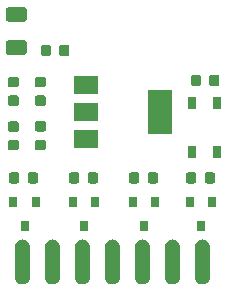
<source format=gbr>
G04 #@! TF.GenerationSoftware,KiCad,Pcbnew,(5.1.5)-3*
G04 #@! TF.CreationDate,2020-03-19T01:35:53+01:00*
G04 #@! TF.ProjectId,ESP8266_RGBA_Receiver,45535038-3236-4365-9f52-4742415f5265,rev?*
G04 #@! TF.SameCoordinates,Original*
G04 #@! TF.FileFunction,Paste,Top*
G04 #@! TF.FilePolarity,Positive*
%FSLAX46Y46*%
G04 Gerber Fmt 4.6, Leading zero omitted, Abs format (unit mm)*
G04 Created by KiCad (PCBNEW (5.1.5)-3) date 2020-03-19 01:35:53*
%MOMM*%
%LPD*%
G04 APERTURE LIST*
%ADD10C,0.100000*%
%ADD11R,2.000000X1.500000*%
%ADD12R,2.000000X3.800000*%
%ADD13R,0.650000X1.050000*%
%ADD14R,0.800000X0.900000*%
G04 APERTURE END LIST*
D10*
G36*
X80453242Y-71250058D02*
G01*
X80514883Y-71259201D01*
X80575332Y-71274343D01*
X80634005Y-71295336D01*
X80690338Y-71321980D01*
X80743788Y-71354017D01*
X80793841Y-71391138D01*
X80840014Y-71432987D01*
X80881863Y-71479160D01*
X80918984Y-71529213D01*
X80951021Y-71582663D01*
X80977665Y-71638996D01*
X80998658Y-71697669D01*
X81013800Y-71758118D01*
X81022943Y-71819759D01*
X81026001Y-71882000D01*
X81026001Y-74422000D01*
X81022943Y-74484241D01*
X81013800Y-74545882D01*
X80998658Y-74606331D01*
X80977665Y-74665004D01*
X80951021Y-74721337D01*
X80918984Y-74774787D01*
X80881863Y-74824840D01*
X80840014Y-74871013D01*
X80793841Y-74912862D01*
X80743788Y-74949983D01*
X80690338Y-74982020D01*
X80634005Y-75008664D01*
X80575332Y-75029657D01*
X80514883Y-75044799D01*
X80453242Y-75053942D01*
X80391001Y-75057000D01*
X80390999Y-75057000D01*
X80328758Y-75053942D01*
X80267117Y-75044799D01*
X80206668Y-75029657D01*
X80147995Y-75008664D01*
X80091662Y-74982020D01*
X80038212Y-74949983D01*
X79988159Y-74912862D01*
X79941986Y-74871013D01*
X79900137Y-74824840D01*
X79863016Y-74774787D01*
X79830979Y-74721337D01*
X79804335Y-74665004D01*
X79783342Y-74606331D01*
X79768200Y-74545882D01*
X79759057Y-74484241D01*
X79755999Y-74422000D01*
X79755999Y-71882000D01*
X79759057Y-71819759D01*
X79768200Y-71758118D01*
X79783342Y-71697669D01*
X79804335Y-71638996D01*
X79830979Y-71582663D01*
X79863016Y-71529213D01*
X79900137Y-71479160D01*
X79941986Y-71432987D01*
X79988159Y-71391138D01*
X80038212Y-71354017D01*
X80091662Y-71321980D01*
X80147995Y-71295336D01*
X80206668Y-71274343D01*
X80267117Y-71259201D01*
X80328758Y-71250058D01*
X80390999Y-71247000D01*
X80391001Y-71247000D01*
X80453242Y-71250058D01*
G37*
G36*
X82993242Y-71250058D02*
G01*
X83054883Y-71259201D01*
X83115332Y-71274343D01*
X83174005Y-71295336D01*
X83230338Y-71321980D01*
X83283788Y-71354017D01*
X83333841Y-71391138D01*
X83380014Y-71432987D01*
X83421863Y-71479160D01*
X83458984Y-71529213D01*
X83491021Y-71582663D01*
X83517665Y-71638996D01*
X83538658Y-71697669D01*
X83553800Y-71758118D01*
X83562943Y-71819759D01*
X83566001Y-71882000D01*
X83566001Y-74422000D01*
X83562943Y-74484241D01*
X83553800Y-74545882D01*
X83538658Y-74606331D01*
X83517665Y-74665004D01*
X83491021Y-74721337D01*
X83458984Y-74774787D01*
X83421863Y-74824840D01*
X83380014Y-74871013D01*
X83333841Y-74912862D01*
X83283788Y-74949983D01*
X83230338Y-74982020D01*
X83174005Y-75008664D01*
X83115332Y-75029657D01*
X83054883Y-75044799D01*
X82993242Y-75053942D01*
X82931001Y-75057000D01*
X82930999Y-75057000D01*
X82868758Y-75053942D01*
X82807117Y-75044799D01*
X82746668Y-75029657D01*
X82687995Y-75008664D01*
X82631662Y-74982020D01*
X82578212Y-74949983D01*
X82528159Y-74912862D01*
X82481986Y-74871013D01*
X82440137Y-74824840D01*
X82403016Y-74774787D01*
X82370979Y-74721337D01*
X82344335Y-74665004D01*
X82323342Y-74606331D01*
X82308200Y-74545882D01*
X82299057Y-74484241D01*
X82295999Y-74422000D01*
X82295999Y-71882000D01*
X82299057Y-71819759D01*
X82308200Y-71758118D01*
X82323342Y-71697669D01*
X82344335Y-71638996D01*
X82370979Y-71582663D01*
X82403016Y-71529213D01*
X82440137Y-71479160D01*
X82481986Y-71432987D01*
X82528159Y-71391138D01*
X82578212Y-71354017D01*
X82631662Y-71321980D01*
X82687995Y-71295336D01*
X82746668Y-71274343D01*
X82807117Y-71259201D01*
X82868758Y-71250058D01*
X82930999Y-71247000D01*
X82931001Y-71247000D01*
X82993242Y-71250058D01*
G37*
G36*
X85533242Y-71250058D02*
G01*
X85594883Y-71259201D01*
X85655332Y-71274343D01*
X85714005Y-71295336D01*
X85770338Y-71321980D01*
X85823788Y-71354017D01*
X85873841Y-71391138D01*
X85920014Y-71432987D01*
X85961863Y-71479160D01*
X85998984Y-71529213D01*
X86031021Y-71582663D01*
X86057665Y-71638996D01*
X86078658Y-71697669D01*
X86093800Y-71758118D01*
X86102943Y-71819759D01*
X86106001Y-71882000D01*
X86106001Y-74422000D01*
X86102943Y-74484241D01*
X86093800Y-74545882D01*
X86078658Y-74606331D01*
X86057665Y-74665004D01*
X86031021Y-74721337D01*
X85998984Y-74774787D01*
X85961863Y-74824840D01*
X85920014Y-74871013D01*
X85873841Y-74912862D01*
X85823788Y-74949983D01*
X85770338Y-74982020D01*
X85714005Y-75008664D01*
X85655332Y-75029657D01*
X85594883Y-75044799D01*
X85533242Y-75053942D01*
X85471001Y-75057000D01*
X85470999Y-75057000D01*
X85408758Y-75053942D01*
X85347117Y-75044799D01*
X85286668Y-75029657D01*
X85227995Y-75008664D01*
X85171662Y-74982020D01*
X85118212Y-74949983D01*
X85068159Y-74912862D01*
X85021986Y-74871013D01*
X84980137Y-74824840D01*
X84943016Y-74774787D01*
X84910979Y-74721337D01*
X84884335Y-74665004D01*
X84863342Y-74606331D01*
X84848200Y-74545882D01*
X84839057Y-74484241D01*
X84835999Y-74422000D01*
X84835999Y-71882000D01*
X84839057Y-71819759D01*
X84848200Y-71758118D01*
X84863342Y-71697669D01*
X84884335Y-71638996D01*
X84910979Y-71582663D01*
X84943016Y-71529213D01*
X84980137Y-71479160D01*
X85021986Y-71432987D01*
X85068159Y-71391138D01*
X85118212Y-71354017D01*
X85171662Y-71321980D01*
X85227995Y-71295336D01*
X85286668Y-71274343D01*
X85347117Y-71259201D01*
X85408758Y-71250058D01*
X85470999Y-71247000D01*
X85471001Y-71247000D01*
X85533242Y-71250058D01*
G37*
G36*
X88073242Y-71250058D02*
G01*
X88134883Y-71259201D01*
X88195332Y-71274343D01*
X88254005Y-71295336D01*
X88310338Y-71321980D01*
X88363788Y-71354017D01*
X88413841Y-71391138D01*
X88460014Y-71432987D01*
X88501863Y-71479160D01*
X88538984Y-71529213D01*
X88571021Y-71582663D01*
X88597665Y-71638996D01*
X88618658Y-71697669D01*
X88633800Y-71758118D01*
X88642943Y-71819759D01*
X88646001Y-71882000D01*
X88646001Y-74422000D01*
X88642943Y-74484241D01*
X88633800Y-74545882D01*
X88618658Y-74606331D01*
X88597665Y-74665004D01*
X88571021Y-74721337D01*
X88538984Y-74774787D01*
X88501863Y-74824840D01*
X88460014Y-74871013D01*
X88413841Y-74912862D01*
X88363788Y-74949983D01*
X88310338Y-74982020D01*
X88254005Y-75008664D01*
X88195332Y-75029657D01*
X88134883Y-75044799D01*
X88073242Y-75053942D01*
X88011001Y-75057000D01*
X88010999Y-75057000D01*
X87948758Y-75053942D01*
X87887117Y-75044799D01*
X87826668Y-75029657D01*
X87767995Y-75008664D01*
X87711662Y-74982020D01*
X87658212Y-74949983D01*
X87608159Y-74912862D01*
X87561986Y-74871013D01*
X87520137Y-74824840D01*
X87483016Y-74774787D01*
X87450979Y-74721337D01*
X87424335Y-74665004D01*
X87403342Y-74606331D01*
X87388200Y-74545882D01*
X87379057Y-74484241D01*
X87375999Y-74422000D01*
X87375999Y-71882000D01*
X87379057Y-71819759D01*
X87388200Y-71758118D01*
X87403342Y-71697669D01*
X87424335Y-71638996D01*
X87450979Y-71582663D01*
X87483016Y-71529213D01*
X87520137Y-71479160D01*
X87561986Y-71432987D01*
X87608159Y-71391138D01*
X87658212Y-71354017D01*
X87711662Y-71321980D01*
X87767995Y-71295336D01*
X87826668Y-71274343D01*
X87887117Y-71259201D01*
X87948758Y-71250058D01*
X88010999Y-71247000D01*
X88011001Y-71247000D01*
X88073242Y-71250058D01*
G37*
G36*
X90613242Y-71250058D02*
G01*
X90674883Y-71259201D01*
X90735332Y-71274343D01*
X90794005Y-71295336D01*
X90850338Y-71321980D01*
X90903788Y-71354017D01*
X90953841Y-71391138D01*
X91000014Y-71432987D01*
X91041863Y-71479160D01*
X91078984Y-71529213D01*
X91111021Y-71582663D01*
X91137665Y-71638996D01*
X91158658Y-71697669D01*
X91173800Y-71758118D01*
X91182943Y-71819759D01*
X91186001Y-71882000D01*
X91186001Y-74422000D01*
X91182943Y-74484241D01*
X91173800Y-74545882D01*
X91158658Y-74606331D01*
X91137665Y-74665004D01*
X91111021Y-74721337D01*
X91078984Y-74774787D01*
X91041863Y-74824840D01*
X91000014Y-74871013D01*
X90953841Y-74912862D01*
X90903788Y-74949983D01*
X90850338Y-74982020D01*
X90794005Y-75008664D01*
X90735332Y-75029657D01*
X90674883Y-75044799D01*
X90613242Y-75053942D01*
X90551001Y-75057000D01*
X90550999Y-75057000D01*
X90488758Y-75053942D01*
X90427117Y-75044799D01*
X90366668Y-75029657D01*
X90307995Y-75008664D01*
X90251662Y-74982020D01*
X90198212Y-74949983D01*
X90148159Y-74912862D01*
X90101986Y-74871013D01*
X90060137Y-74824840D01*
X90023016Y-74774787D01*
X89990979Y-74721337D01*
X89964335Y-74665004D01*
X89943342Y-74606331D01*
X89928200Y-74545882D01*
X89919057Y-74484241D01*
X89915999Y-74422000D01*
X89915999Y-71882000D01*
X89919057Y-71819759D01*
X89928200Y-71758118D01*
X89943342Y-71697669D01*
X89964335Y-71638996D01*
X89990979Y-71582663D01*
X90023016Y-71529213D01*
X90060137Y-71479160D01*
X90101986Y-71432987D01*
X90148159Y-71391138D01*
X90198212Y-71354017D01*
X90251662Y-71321980D01*
X90307995Y-71295336D01*
X90366668Y-71274343D01*
X90427117Y-71259201D01*
X90488758Y-71250058D01*
X90550999Y-71247000D01*
X90551001Y-71247000D01*
X90613242Y-71250058D01*
G37*
G36*
X93153242Y-71250058D02*
G01*
X93214883Y-71259201D01*
X93275332Y-71274343D01*
X93334005Y-71295336D01*
X93390338Y-71321980D01*
X93443788Y-71354017D01*
X93493841Y-71391138D01*
X93540014Y-71432987D01*
X93581863Y-71479160D01*
X93618984Y-71529213D01*
X93651021Y-71582663D01*
X93677665Y-71638996D01*
X93698658Y-71697669D01*
X93713800Y-71758118D01*
X93722943Y-71819759D01*
X93726001Y-71882000D01*
X93726001Y-74422000D01*
X93722943Y-74484241D01*
X93713800Y-74545882D01*
X93698658Y-74606331D01*
X93677665Y-74665004D01*
X93651021Y-74721337D01*
X93618984Y-74774787D01*
X93581863Y-74824840D01*
X93540014Y-74871013D01*
X93493841Y-74912862D01*
X93443788Y-74949983D01*
X93390338Y-74982020D01*
X93334005Y-75008664D01*
X93275332Y-75029657D01*
X93214883Y-75044799D01*
X93153242Y-75053942D01*
X93091001Y-75057000D01*
X93090999Y-75057000D01*
X93028758Y-75053942D01*
X92967117Y-75044799D01*
X92906668Y-75029657D01*
X92847995Y-75008664D01*
X92791662Y-74982020D01*
X92738212Y-74949983D01*
X92688159Y-74912862D01*
X92641986Y-74871013D01*
X92600137Y-74824840D01*
X92563016Y-74774787D01*
X92530979Y-74721337D01*
X92504335Y-74665004D01*
X92483342Y-74606331D01*
X92468200Y-74545882D01*
X92459057Y-74484241D01*
X92455999Y-74422000D01*
X92455999Y-71882000D01*
X92459057Y-71819759D01*
X92468200Y-71758118D01*
X92483342Y-71697669D01*
X92504335Y-71638996D01*
X92530979Y-71582663D01*
X92563016Y-71529213D01*
X92600137Y-71479160D01*
X92641986Y-71432987D01*
X92688159Y-71391138D01*
X92738212Y-71354017D01*
X92791662Y-71321980D01*
X92847995Y-71295336D01*
X92906668Y-71274343D01*
X92967117Y-71259201D01*
X93028758Y-71250058D01*
X93090999Y-71247000D01*
X93091001Y-71247000D01*
X93153242Y-71250058D01*
G37*
G36*
X95693242Y-71250058D02*
G01*
X95754883Y-71259201D01*
X95815332Y-71274343D01*
X95874005Y-71295336D01*
X95930338Y-71321980D01*
X95983788Y-71354017D01*
X96033841Y-71391138D01*
X96080014Y-71432987D01*
X96121863Y-71479160D01*
X96158984Y-71529213D01*
X96191021Y-71582663D01*
X96217665Y-71638996D01*
X96238658Y-71697669D01*
X96253800Y-71758118D01*
X96262943Y-71819759D01*
X96266001Y-71882000D01*
X96266001Y-74422000D01*
X96262943Y-74484241D01*
X96253800Y-74545882D01*
X96238658Y-74606331D01*
X96217665Y-74665004D01*
X96191021Y-74721337D01*
X96158984Y-74774787D01*
X96121863Y-74824840D01*
X96080014Y-74871013D01*
X96033841Y-74912862D01*
X95983788Y-74949983D01*
X95930338Y-74982020D01*
X95874005Y-75008664D01*
X95815332Y-75029657D01*
X95754883Y-75044799D01*
X95693242Y-75053942D01*
X95631001Y-75057000D01*
X95630999Y-75057000D01*
X95568758Y-75053942D01*
X95507117Y-75044799D01*
X95446668Y-75029657D01*
X95387995Y-75008664D01*
X95331662Y-74982020D01*
X95278212Y-74949983D01*
X95228159Y-74912862D01*
X95181986Y-74871013D01*
X95140137Y-74824840D01*
X95103016Y-74774787D01*
X95070979Y-74721337D01*
X95044335Y-74665004D01*
X95023342Y-74606331D01*
X95008200Y-74545882D01*
X94999057Y-74484241D01*
X94995999Y-74422000D01*
X94995999Y-71882000D01*
X94999057Y-71819759D01*
X95008200Y-71758118D01*
X95023342Y-71697669D01*
X95044335Y-71638996D01*
X95070979Y-71582663D01*
X95103016Y-71529213D01*
X95140137Y-71479160D01*
X95181986Y-71432987D01*
X95228159Y-71391138D01*
X95278212Y-71354017D01*
X95331662Y-71321980D01*
X95387995Y-71295336D01*
X95446668Y-71274343D01*
X95507117Y-71259201D01*
X95568758Y-71250058D01*
X95630999Y-71247000D01*
X95631001Y-71247000D01*
X95693242Y-71250058D01*
G37*
G36*
X82192691Y-59050553D02*
G01*
X82213926Y-59053703D01*
X82234750Y-59058919D01*
X82254962Y-59066151D01*
X82274368Y-59075330D01*
X82292781Y-59086366D01*
X82310024Y-59099154D01*
X82325930Y-59113570D01*
X82340346Y-59129476D01*
X82353134Y-59146719D01*
X82364170Y-59165132D01*
X82373349Y-59184538D01*
X82380581Y-59204750D01*
X82385797Y-59225574D01*
X82388947Y-59246809D01*
X82390000Y-59268250D01*
X82390000Y-59705750D01*
X82388947Y-59727191D01*
X82385797Y-59748426D01*
X82380581Y-59769250D01*
X82373349Y-59789462D01*
X82364170Y-59808868D01*
X82353134Y-59827281D01*
X82340346Y-59844524D01*
X82325930Y-59860430D01*
X82310024Y-59874846D01*
X82292781Y-59887634D01*
X82274368Y-59898670D01*
X82254962Y-59907849D01*
X82234750Y-59915081D01*
X82213926Y-59920297D01*
X82192691Y-59923447D01*
X82171250Y-59924500D01*
X81658750Y-59924500D01*
X81637309Y-59923447D01*
X81616074Y-59920297D01*
X81595250Y-59915081D01*
X81575038Y-59907849D01*
X81555632Y-59898670D01*
X81537219Y-59887634D01*
X81519976Y-59874846D01*
X81504070Y-59860430D01*
X81489654Y-59844524D01*
X81476866Y-59827281D01*
X81465830Y-59808868D01*
X81456651Y-59789462D01*
X81449419Y-59769250D01*
X81444203Y-59748426D01*
X81441053Y-59727191D01*
X81440000Y-59705750D01*
X81440000Y-59268250D01*
X81441053Y-59246809D01*
X81444203Y-59225574D01*
X81449419Y-59204750D01*
X81456651Y-59184538D01*
X81465830Y-59165132D01*
X81476866Y-59146719D01*
X81489654Y-59129476D01*
X81504070Y-59113570D01*
X81519976Y-59099154D01*
X81537219Y-59086366D01*
X81555632Y-59075330D01*
X81575038Y-59066151D01*
X81595250Y-59058919D01*
X81616074Y-59053703D01*
X81637309Y-59050553D01*
X81658750Y-59049500D01*
X82171250Y-59049500D01*
X82192691Y-59050553D01*
G37*
G36*
X82192691Y-57475553D02*
G01*
X82213926Y-57478703D01*
X82234750Y-57483919D01*
X82254962Y-57491151D01*
X82274368Y-57500330D01*
X82292781Y-57511366D01*
X82310024Y-57524154D01*
X82325930Y-57538570D01*
X82340346Y-57554476D01*
X82353134Y-57571719D01*
X82364170Y-57590132D01*
X82373349Y-57609538D01*
X82380581Y-57629750D01*
X82385797Y-57650574D01*
X82388947Y-57671809D01*
X82390000Y-57693250D01*
X82390000Y-58130750D01*
X82388947Y-58152191D01*
X82385797Y-58173426D01*
X82380581Y-58194250D01*
X82373349Y-58214462D01*
X82364170Y-58233868D01*
X82353134Y-58252281D01*
X82340346Y-58269524D01*
X82325930Y-58285430D01*
X82310024Y-58299846D01*
X82292781Y-58312634D01*
X82274368Y-58323670D01*
X82254962Y-58332849D01*
X82234750Y-58340081D01*
X82213926Y-58345297D01*
X82192691Y-58348447D01*
X82171250Y-58349500D01*
X81658750Y-58349500D01*
X81637309Y-58348447D01*
X81616074Y-58345297D01*
X81595250Y-58340081D01*
X81575038Y-58332849D01*
X81555632Y-58323670D01*
X81537219Y-58312634D01*
X81519976Y-58299846D01*
X81504070Y-58285430D01*
X81489654Y-58269524D01*
X81476866Y-58252281D01*
X81465830Y-58233868D01*
X81456651Y-58214462D01*
X81449419Y-58194250D01*
X81444203Y-58173426D01*
X81441053Y-58152191D01*
X81440000Y-58130750D01*
X81440000Y-57693250D01*
X81441053Y-57671809D01*
X81444203Y-57650574D01*
X81449419Y-57629750D01*
X81456651Y-57609538D01*
X81465830Y-57590132D01*
X81476866Y-57571719D01*
X81489654Y-57554476D01*
X81504070Y-57538570D01*
X81519976Y-57524154D01*
X81537219Y-57511366D01*
X81555632Y-57500330D01*
X81575038Y-57491151D01*
X81595250Y-57483919D01*
X81616074Y-57478703D01*
X81637309Y-57475553D01*
X81658750Y-57474500D01*
X82171250Y-57474500D01*
X82192691Y-57475553D01*
G37*
D11*
X85775000Y-58152000D03*
X85775000Y-62752000D03*
X85775000Y-60452000D03*
D12*
X92075000Y-60452000D03*
D13*
X94751000Y-63840000D03*
X94751000Y-59690000D03*
X96901000Y-63840000D03*
X96901000Y-59690000D03*
D10*
G36*
X95312191Y-57311053D02*
G01*
X95333426Y-57314203D01*
X95354250Y-57319419D01*
X95374462Y-57326651D01*
X95393868Y-57335830D01*
X95412281Y-57346866D01*
X95429524Y-57359654D01*
X95445430Y-57374070D01*
X95459846Y-57389976D01*
X95472634Y-57407219D01*
X95483670Y-57425632D01*
X95492849Y-57445038D01*
X95500081Y-57465250D01*
X95505297Y-57486074D01*
X95508447Y-57507309D01*
X95509500Y-57528750D01*
X95509500Y-58041250D01*
X95508447Y-58062691D01*
X95505297Y-58083926D01*
X95500081Y-58104750D01*
X95492849Y-58124962D01*
X95483670Y-58144368D01*
X95472634Y-58162781D01*
X95459846Y-58180024D01*
X95445430Y-58195930D01*
X95429524Y-58210346D01*
X95412281Y-58223134D01*
X95393868Y-58234170D01*
X95374462Y-58243349D01*
X95354250Y-58250581D01*
X95333426Y-58255797D01*
X95312191Y-58258947D01*
X95290750Y-58260000D01*
X94853250Y-58260000D01*
X94831809Y-58258947D01*
X94810574Y-58255797D01*
X94789750Y-58250581D01*
X94769538Y-58243349D01*
X94750132Y-58234170D01*
X94731719Y-58223134D01*
X94714476Y-58210346D01*
X94698570Y-58195930D01*
X94684154Y-58180024D01*
X94671366Y-58162781D01*
X94660330Y-58144368D01*
X94651151Y-58124962D01*
X94643919Y-58104750D01*
X94638703Y-58083926D01*
X94635553Y-58062691D01*
X94634500Y-58041250D01*
X94634500Y-57528750D01*
X94635553Y-57507309D01*
X94638703Y-57486074D01*
X94643919Y-57465250D01*
X94651151Y-57445038D01*
X94660330Y-57425632D01*
X94671366Y-57407219D01*
X94684154Y-57389976D01*
X94698570Y-57374070D01*
X94714476Y-57359654D01*
X94731719Y-57346866D01*
X94750132Y-57335830D01*
X94769538Y-57326651D01*
X94789750Y-57319419D01*
X94810574Y-57314203D01*
X94831809Y-57311053D01*
X94853250Y-57310000D01*
X95290750Y-57310000D01*
X95312191Y-57311053D01*
G37*
G36*
X96887191Y-57311053D02*
G01*
X96908426Y-57314203D01*
X96929250Y-57319419D01*
X96949462Y-57326651D01*
X96968868Y-57335830D01*
X96987281Y-57346866D01*
X97004524Y-57359654D01*
X97020430Y-57374070D01*
X97034846Y-57389976D01*
X97047634Y-57407219D01*
X97058670Y-57425632D01*
X97067849Y-57445038D01*
X97075081Y-57465250D01*
X97080297Y-57486074D01*
X97083447Y-57507309D01*
X97084500Y-57528750D01*
X97084500Y-58041250D01*
X97083447Y-58062691D01*
X97080297Y-58083926D01*
X97075081Y-58104750D01*
X97067849Y-58124962D01*
X97058670Y-58144368D01*
X97047634Y-58162781D01*
X97034846Y-58180024D01*
X97020430Y-58195930D01*
X97004524Y-58210346D01*
X96987281Y-58223134D01*
X96968868Y-58234170D01*
X96949462Y-58243349D01*
X96929250Y-58250581D01*
X96908426Y-58255797D01*
X96887191Y-58258947D01*
X96865750Y-58260000D01*
X96428250Y-58260000D01*
X96406809Y-58258947D01*
X96385574Y-58255797D01*
X96364750Y-58250581D01*
X96344538Y-58243349D01*
X96325132Y-58234170D01*
X96306719Y-58223134D01*
X96289476Y-58210346D01*
X96273570Y-58195930D01*
X96259154Y-58180024D01*
X96246366Y-58162781D01*
X96235330Y-58144368D01*
X96226151Y-58124962D01*
X96218919Y-58104750D01*
X96213703Y-58083926D01*
X96210553Y-58062691D01*
X96209500Y-58041250D01*
X96209500Y-57528750D01*
X96210553Y-57507309D01*
X96213703Y-57486074D01*
X96218919Y-57465250D01*
X96226151Y-57445038D01*
X96235330Y-57425632D01*
X96246366Y-57407219D01*
X96259154Y-57389976D01*
X96273570Y-57374070D01*
X96289476Y-57359654D01*
X96306719Y-57346866D01*
X96325132Y-57335830D01*
X96344538Y-57326651D01*
X96364750Y-57319419D01*
X96385574Y-57314203D01*
X96406809Y-57311053D01*
X96428250Y-57310000D01*
X96865750Y-57310000D01*
X96887191Y-57311053D01*
G37*
G36*
X84187191Y-54771053D02*
G01*
X84208426Y-54774203D01*
X84229250Y-54779419D01*
X84249462Y-54786651D01*
X84268868Y-54795830D01*
X84287281Y-54806866D01*
X84304524Y-54819654D01*
X84320430Y-54834070D01*
X84334846Y-54849976D01*
X84347634Y-54867219D01*
X84358670Y-54885632D01*
X84367849Y-54905038D01*
X84375081Y-54925250D01*
X84380297Y-54946074D01*
X84383447Y-54967309D01*
X84384500Y-54988750D01*
X84384500Y-55501250D01*
X84383447Y-55522691D01*
X84380297Y-55543926D01*
X84375081Y-55564750D01*
X84367849Y-55584962D01*
X84358670Y-55604368D01*
X84347634Y-55622781D01*
X84334846Y-55640024D01*
X84320430Y-55655930D01*
X84304524Y-55670346D01*
X84287281Y-55683134D01*
X84268868Y-55694170D01*
X84249462Y-55703349D01*
X84229250Y-55710581D01*
X84208426Y-55715797D01*
X84187191Y-55718947D01*
X84165750Y-55720000D01*
X83728250Y-55720000D01*
X83706809Y-55718947D01*
X83685574Y-55715797D01*
X83664750Y-55710581D01*
X83644538Y-55703349D01*
X83625132Y-55694170D01*
X83606719Y-55683134D01*
X83589476Y-55670346D01*
X83573570Y-55655930D01*
X83559154Y-55640024D01*
X83546366Y-55622781D01*
X83535330Y-55604368D01*
X83526151Y-55584962D01*
X83518919Y-55564750D01*
X83513703Y-55543926D01*
X83510553Y-55522691D01*
X83509500Y-55501250D01*
X83509500Y-54988750D01*
X83510553Y-54967309D01*
X83513703Y-54946074D01*
X83518919Y-54925250D01*
X83526151Y-54905038D01*
X83535330Y-54885632D01*
X83546366Y-54867219D01*
X83559154Y-54849976D01*
X83573570Y-54834070D01*
X83589476Y-54819654D01*
X83606719Y-54806866D01*
X83625132Y-54795830D01*
X83644538Y-54786651D01*
X83664750Y-54779419D01*
X83685574Y-54774203D01*
X83706809Y-54771053D01*
X83728250Y-54770000D01*
X84165750Y-54770000D01*
X84187191Y-54771053D01*
G37*
G36*
X82612191Y-54771053D02*
G01*
X82633426Y-54774203D01*
X82654250Y-54779419D01*
X82674462Y-54786651D01*
X82693868Y-54795830D01*
X82712281Y-54806866D01*
X82729524Y-54819654D01*
X82745430Y-54834070D01*
X82759846Y-54849976D01*
X82772634Y-54867219D01*
X82783670Y-54885632D01*
X82792849Y-54905038D01*
X82800081Y-54925250D01*
X82805297Y-54946074D01*
X82808447Y-54967309D01*
X82809500Y-54988750D01*
X82809500Y-55501250D01*
X82808447Y-55522691D01*
X82805297Y-55543926D01*
X82800081Y-55564750D01*
X82792849Y-55584962D01*
X82783670Y-55604368D01*
X82772634Y-55622781D01*
X82759846Y-55640024D01*
X82745430Y-55655930D01*
X82729524Y-55670346D01*
X82712281Y-55683134D01*
X82693868Y-55694170D01*
X82674462Y-55703349D01*
X82654250Y-55710581D01*
X82633426Y-55715797D01*
X82612191Y-55718947D01*
X82590750Y-55720000D01*
X82153250Y-55720000D01*
X82131809Y-55718947D01*
X82110574Y-55715797D01*
X82089750Y-55710581D01*
X82069538Y-55703349D01*
X82050132Y-55694170D01*
X82031719Y-55683134D01*
X82014476Y-55670346D01*
X81998570Y-55655930D01*
X81984154Y-55640024D01*
X81971366Y-55622781D01*
X81960330Y-55604368D01*
X81951151Y-55584962D01*
X81943919Y-55564750D01*
X81938703Y-55543926D01*
X81935553Y-55522691D01*
X81934500Y-55501250D01*
X81934500Y-54988750D01*
X81935553Y-54967309D01*
X81938703Y-54946074D01*
X81943919Y-54925250D01*
X81951151Y-54905038D01*
X81960330Y-54885632D01*
X81971366Y-54867219D01*
X81984154Y-54849976D01*
X81998570Y-54834070D01*
X82014476Y-54819654D01*
X82031719Y-54806866D01*
X82050132Y-54795830D01*
X82069538Y-54786651D01*
X82089750Y-54779419D01*
X82110574Y-54774203D01*
X82131809Y-54771053D01*
X82153250Y-54770000D01*
X82590750Y-54770000D01*
X82612191Y-54771053D01*
G37*
G36*
X79906691Y-61260053D02*
G01*
X79927926Y-61263203D01*
X79948750Y-61268419D01*
X79968962Y-61275651D01*
X79988368Y-61284830D01*
X80006781Y-61295866D01*
X80024024Y-61308654D01*
X80039930Y-61323070D01*
X80054346Y-61338976D01*
X80067134Y-61356219D01*
X80078170Y-61374632D01*
X80087349Y-61394038D01*
X80094581Y-61414250D01*
X80099797Y-61435074D01*
X80102947Y-61456309D01*
X80104000Y-61477750D01*
X80104000Y-61915250D01*
X80102947Y-61936691D01*
X80099797Y-61957926D01*
X80094581Y-61978750D01*
X80087349Y-61998962D01*
X80078170Y-62018368D01*
X80067134Y-62036781D01*
X80054346Y-62054024D01*
X80039930Y-62069930D01*
X80024024Y-62084346D01*
X80006781Y-62097134D01*
X79988368Y-62108170D01*
X79968962Y-62117349D01*
X79948750Y-62124581D01*
X79927926Y-62129797D01*
X79906691Y-62132947D01*
X79885250Y-62134000D01*
X79372750Y-62134000D01*
X79351309Y-62132947D01*
X79330074Y-62129797D01*
X79309250Y-62124581D01*
X79289038Y-62117349D01*
X79269632Y-62108170D01*
X79251219Y-62097134D01*
X79233976Y-62084346D01*
X79218070Y-62069930D01*
X79203654Y-62054024D01*
X79190866Y-62036781D01*
X79179830Y-62018368D01*
X79170651Y-61998962D01*
X79163419Y-61978750D01*
X79158203Y-61957926D01*
X79155053Y-61936691D01*
X79154000Y-61915250D01*
X79154000Y-61477750D01*
X79155053Y-61456309D01*
X79158203Y-61435074D01*
X79163419Y-61414250D01*
X79170651Y-61394038D01*
X79179830Y-61374632D01*
X79190866Y-61356219D01*
X79203654Y-61338976D01*
X79218070Y-61323070D01*
X79233976Y-61308654D01*
X79251219Y-61295866D01*
X79269632Y-61284830D01*
X79289038Y-61275651D01*
X79309250Y-61268419D01*
X79330074Y-61263203D01*
X79351309Y-61260053D01*
X79372750Y-61259000D01*
X79885250Y-61259000D01*
X79906691Y-61260053D01*
G37*
G36*
X79906691Y-62835053D02*
G01*
X79927926Y-62838203D01*
X79948750Y-62843419D01*
X79968962Y-62850651D01*
X79988368Y-62859830D01*
X80006781Y-62870866D01*
X80024024Y-62883654D01*
X80039930Y-62898070D01*
X80054346Y-62913976D01*
X80067134Y-62931219D01*
X80078170Y-62949632D01*
X80087349Y-62969038D01*
X80094581Y-62989250D01*
X80099797Y-63010074D01*
X80102947Y-63031309D01*
X80104000Y-63052750D01*
X80104000Y-63490250D01*
X80102947Y-63511691D01*
X80099797Y-63532926D01*
X80094581Y-63553750D01*
X80087349Y-63573962D01*
X80078170Y-63593368D01*
X80067134Y-63611781D01*
X80054346Y-63629024D01*
X80039930Y-63644930D01*
X80024024Y-63659346D01*
X80006781Y-63672134D01*
X79988368Y-63683170D01*
X79968962Y-63692349D01*
X79948750Y-63699581D01*
X79927926Y-63704797D01*
X79906691Y-63707947D01*
X79885250Y-63709000D01*
X79372750Y-63709000D01*
X79351309Y-63707947D01*
X79330074Y-63704797D01*
X79309250Y-63699581D01*
X79289038Y-63692349D01*
X79269632Y-63683170D01*
X79251219Y-63672134D01*
X79233976Y-63659346D01*
X79218070Y-63644930D01*
X79203654Y-63629024D01*
X79190866Y-63611781D01*
X79179830Y-63593368D01*
X79170651Y-63573962D01*
X79163419Y-63553750D01*
X79158203Y-63532926D01*
X79155053Y-63511691D01*
X79154000Y-63490250D01*
X79154000Y-63052750D01*
X79155053Y-63031309D01*
X79158203Y-63010074D01*
X79163419Y-62989250D01*
X79170651Y-62969038D01*
X79179830Y-62949632D01*
X79190866Y-62931219D01*
X79203654Y-62913976D01*
X79218070Y-62898070D01*
X79233976Y-62883654D01*
X79251219Y-62870866D01*
X79269632Y-62859830D01*
X79289038Y-62850651D01*
X79309250Y-62843419D01*
X79330074Y-62838203D01*
X79351309Y-62835053D01*
X79372750Y-62834000D01*
X79885250Y-62834000D01*
X79906691Y-62835053D01*
G37*
G36*
X79906691Y-57475553D02*
G01*
X79927926Y-57478703D01*
X79948750Y-57483919D01*
X79968962Y-57491151D01*
X79988368Y-57500330D01*
X80006781Y-57511366D01*
X80024024Y-57524154D01*
X80039930Y-57538570D01*
X80054346Y-57554476D01*
X80067134Y-57571719D01*
X80078170Y-57590132D01*
X80087349Y-57609538D01*
X80094581Y-57629750D01*
X80099797Y-57650574D01*
X80102947Y-57671809D01*
X80104000Y-57693250D01*
X80104000Y-58130750D01*
X80102947Y-58152191D01*
X80099797Y-58173426D01*
X80094581Y-58194250D01*
X80087349Y-58214462D01*
X80078170Y-58233868D01*
X80067134Y-58252281D01*
X80054346Y-58269524D01*
X80039930Y-58285430D01*
X80024024Y-58299846D01*
X80006781Y-58312634D01*
X79988368Y-58323670D01*
X79968962Y-58332849D01*
X79948750Y-58340081D01*
X79927926Y-58345297D01*
X79906691Y-58348447D01*
X79885250Y-58349500D01*
X79372750Y-58349500D01*
X79351309Y-58348447D01*
X79330074Y-58345297D01*
X79309250Y-58340081D01*
X79289038Y-58332849D01*
X79269632Y-58323670D01*
X79251219Y-58312634D01*
X79233976Y-58299846D01*
X79218070Y-58285430D01*
X79203654Y-58269524D01*
X79190866Y-58252281D01*
X79179830Y-58233868D01*
X79170651Y-58214462D01*
X79163419Y-58194250D01*
X79158203Y-58173426D01*
X79155053Y-58152191D01*
X79154000Y-58130750D01*
X79154000Y-57693250D01*
X79155053Y-57671809D01*
X79158203Y-57650574D01*
X79163419Y-57629750D01*
X79170651Y-57609538D01*
X79179830Y-57590132D01*
X79190866Y-57571719D01*
X79203654Y-57554476D01*
X79218070Y-57538570D01*
X79233976Y-57524154D01*
X79251219Y-57511366D01*
X79269632Y-57500330D01*
X79289038Y-57491151D01*
X79309250Y-57483919D01*
X79330074Y-57478703D01*
X79351309Y-57475553D01*
X79372750Y-57474500D01*
X79885250Y-57474500D01*
X79906691Y-57475553D01*
G37*
G36*
X79906691Y-59050553D02*
G01*
X79927926Y-59053703D01*
X79948750Y-59058919D01*
X79968962Y-59066151D01*
X79988368Y-59075330D01*
X80006781Y-59086366D01*
X80024024Y-59099154D01*
X80039930Y-59113570D01*
X80054346Y-59129476D01*
X80067134Y-59146719D01*
X80078170Y-59165132D01*
X80087349Y-59184538D01*
X80094581Y-59204750D01*
X80099797Y-59225574D01*
X80102947Y-59246809D01*
X80104000Y-59268250D01*
X80104000Y-59705750D01*
X80102947Y-59727191D01*
X80099797Y-59748426D01*
X80094581Y-59769250D01*
X80087349Y-59789462D01*
X80078170Y-59808868D01*
X80067134Y-59827281D01*
X80054346Y-59844524D01*
X80039930Y-59860430D01*
X80024024Y-59874846D01*
X80006781Y-59887634D01*
X79988368Y-59898670D01*
X79968962Y-59907849D01*
X79948750Y-59915081D01*
X79927926Y-59920297D01*
X79906691Y-59923447D01*
X79885250Y-59924500D01*
X79372750Y-59924500D01*
X79351309Y-59923447D01*
X79330074Y-59920297D01*
X79309250Y-59915081D01*
X79289038Y-59907849D01*
X79269632Y-59898670D01*
X79251219Y-59887634D01*
X79233976Y-59874846D01*
X79218070Y-59860430D01*
X79203654Y-59844524D01*
X79190866Y-59827281D01*
X79179830Y-59808868D01*
X79170651Y-59789462D01*
X79163419Y-59769250D01*
X79158203Y-59748426D01*
X79155053Y-59727191D01*
X79154000Y-59705750D01*
X79154000Y-59268250D01*
X79155053Y-59246809D01*
X79158203Y-59225574D01*
X79163419Y-59204750D01*
X79170651Y-59184538D01*
X79179830Y-59165132D01*
X79190866Y-59146719D01*
X79203654Y-59129476D01*
X79218070Y-59113570D01*
X79233976Y-59099154D01*
X79251219Y-59086366D01*
X79269632Y-59075330D01*
X79289038Y-59066151D01*
X79309250Y-59058919D01*
X79330074Y-59053703D01*
X79351309Y-59050553D01*
X79372750Y-59049500D01*
X79885250Y-59049500D01*
X79906691Y-59050553D01*
G37*
G36*
X81520191Y-65566053D02*
G01*
X81541426Y-65569203D01*
X81562250Y-65574419D01*
X81582462Y-65581651D01*
X81601868Y-65590830D01*
X81620281Y-65601866D01*
X81637524Y-65614654D01*
X81653430Y-65629070D01*
X81667846Y-65644976D01*
X81680634Y-65662219D01*
X81691670Y-65680632D01*
X81700849Y-65700038D01*
X81708081Y-65720250D01*
X81713297Y-65741074D01*
X81716447Y-65762309D01*
X81717500Y-65783750D01*
X81717500Y-66296250D01*
X81716447Y-66317691D01*
X81713297Y-66338926D01*
X81708081Y-66359750D01*
X81700849Y-66379962D01*
X81691670Y-66399368D01*
X81680634Y-66417781D01*
X81667846Y-66435024D01*
X81653430Y-66450930D01*
X81637524Y-66465346D01*
X81620281Y-66478134D01*
X81601868Y-66489170D01*
X81582462Y-66498349D01*
X81562250Y-66505581D01*
X81541426Y-66510797D01*
X81520191Y-66513947D01*
X81498750Y-66515000D01*
X81061250Y-66515000D01*
X81039809Y-66513947D01*
X81018574Y-66510797D01*
X80997750Y-66505581D01*
X80977538Y-66498349D01*
X80958132Y-66489170D01*
X80939719Y-66478134D01*
X80922476Y-66465346D01*
X80906570Y-66450930D01*
X80892154Y-66435024D01*
X80879366Y-66417781D01*
X80868330Y-66399368D01*
X80859151Y-66379962D01*
X80851919Y-66359750D01*
X80846703Y-66338926D01*
X80843553Y-66317691D01*
X80842500Y-66296250D01*
X80842500Y-65783750D01*
X80843553Y-65762309D01*
X80846703Y-65741074D01*
X80851919Y-65720250D01*
X80859151Y-65700038D01*
X80868330Y-65680632D01*
X80879366Y-65662219D01*
X80892154Y-65644976D01*
X80906570Y-65629070D01*
X80922476Y-65614654D01*
X80939719Y-65601866D01*
X80958132Y-65590830D01*
X80977538Y-65581651D01*
X80997750Y-65574419D01*
X81018574Y-65569203D01*
X81039809Y-65566053D01*
X81061250Y-65565000D01*
X81498750Y-65565000D01*
X81520191Y-65566053D01*
G37*
G36*
X79945191Y-65566053D02*
G01*
X79966426Y-65569203D01*
X79987250Y-65574419D01*
X80007462Y-65581651D01*
X80026868Y-65590830D01*
X80045281Y-65601866D01*
X80062524Y-65614654D01*
X80078430Y-65629070D01*
X80092846Y-65644976D01*
X80105634Y-65662219D01*
X80116670Y-65680632D01*
X80125849Y-65700038D01*
X80133081Y-65720250D01*
X80138297Y-65741074D01*
X80141447Y-65762309D01*
X80142500Y-65783750D01*
X80142500Y-66296250D01*
X80141447Y-66317691D01*
X80138297Y-66338926D01*
X80133081Y-66359750D01*
X80125849Y-66379962D01*
X80116670Y-66399368D01*
X80105634Y-66417781D01*
X80092846Y-66435024D01*
X80078430Y-66450930D01*
X80062524Y-66465346D01*
X80045281Y-66478134D01*
X80026868Y-66489170D01*
X80007462Y-66498349D01*
X79987250Y-66505581D01*
X79966426Y-66510797D01*
X79945191Y-66513947D01*
X79923750Y-66515000D01*
X79486250Y-66515000D01*
X79464809Y-66513947D01*
X79443574Y-66510797D01*
X79422750Y-66505581D01*
X79402538Y-66498349D01*
X79383132Y-66489170D01*
X79364719Y-66478134D01*
X79347476Y-66465346D01*
X79331570Y-66450930D01*
X79317154Y-66435024D01*
X79304366Y-66417781D01*
X79293330Y-66399368D01*
X79284151Y-66379962D01*
X79276919Y-66359750D01*
X79271703Y-66338926D01*
X79268553Y-66317691D01*
X79267500Y-66296250D01*
X79267500Y-65783750D01*
X79268553Y-65762309D01*
X79271703Y-65741074D01*
X79276919Y-65720250D01*
X79284151Y-65700038D01*
X79293330Y-65680632D01*
X79304366Y-65662219D01*
X79317154Y-65644976D01*
X79331570Y-65629070D01*
X79347476Y-65614654D01*
X79364719Y-65601866D01*
X79383132Y-65590830D01*
X79402538Y-65581651D01*
X79422750Y-65574419D01*
X79443574Y-65569203D01*
X79464809Y-65566053D01*
X79486250Y-65565000D01*
X79923750Y-65565000D01*
X79945191Y-65566053D01*
G37*
G36*
X86600191Y-65566053D02*
G01*
X86621426Y-65569203D01*
X86642250Y-65574419D01*
X86662462Y-65581651D01*
X86681868Y-65590830D01*
X86700281Y-65601866D01*
X86717524Y-65614654D01*
X86733430Y-65629070D01*
X86747846Y-65644976D01*
X86760634Y-65662219D01*
X86771670Y-65680632D01*
X86780849Y-65700038D01*
X86788081Y-65720250D01*
X86793297Y-65741074D01*
X86796447Y-65762309D01*
X86797500Y-65783750D01*
X86797500Y-66296250D01*
X86796447Y-66317691D01*
X86793297Y-66338926D01*
X86788081Y-66359750D01*
X86780849Y-66379962D01*
X86771670Y-66399368D01*
X86760634Y-66417781D01*
X86747846Y-66435024D01*
X86733430Y-66450930D01*
X86717524Y-66465346D01*
X86700281Y-66478134D01*
X86681868Y-66489170D01*
X86662462Y-66498349D01*
X86642250Y-66505581D01*
X86621426Y-66510797D01*
X86600191Y-66513947D01*
X86578750Y-66515000D01*
X86141250Y-66515000D01*
X86119809Y-66513947D01*
X86098574Y-66510797D01*
X86077750Y-66505581D01*
X86057538Y-66498349D01*
X86038132Y-66489170D01*
X86019719Y-66478134D01*
X86002476Y-66465346D01*
X85986570Y-66450930D01*
X85972154Y-66435024D01*
X85959366Y-66417781D01*
X85948330Y-66399368D01*
X85939151Y-66379962D01*
X85931919Y-66359750D01*
X85926703Y-66338926D01*
X85923553Y-66317691D01*
X85922500Y-66296250D01*
X85922500Y-65783750D01*
X85923553Y-65762309D01*
X85926703Y-65741074D01*
X85931919Y-65720250D01*
X85939151Y-65700038D01*
X85948330Y-65680632D01*
X85959366Y-65662219D01*
X85972154Y-65644976D01*
X85986570Y-65629070D01*
X86002476Y-65614654D01*
X86019719Y-65601866D01*
X86038132Y-65590830D01*
X86057538Y-65581651D01*
X86077750Y-65574419D01*
X86098574Y-65569203D01*
X86119809Y-65566053D01*
X86141250Y-65565000D01*
X86578750Y-65565000D01*
X86600191Y-65566053D01*
G37*
G36*
X85025191Y-65566053D02*
G01*
X85046426Y-65569203D01*
X85067250Y-65574419D01*
X85087462Y-65581651D01*
X85106868Y-65590830D01*
X85125281Y-65601866D01*
X85142524Y-65614654D01*
X85158430Y-65629070D01*
X85172846Y-65644976D01*
X85185634Y-65662219D01*
X85196670Y-65680632D01*
X85205849Y-65700038D01*
X85213081Y-65720250D01*
X85218297Y-65741074D01*
X85221447Y-65762309D01*
X85222500Y-65783750D01*
X85222500Y-66296250D01*
X85221447Y-66317691D01*
X85218297Y-66338926D01*
X85213081Y-66359750D01*
X85205849Y-66379962D01*
X85196670Y-66399368D01*
X85185634Y-66417781D01*
X85172846Y-66435024D01*
X85158430Y-66450930D01*
X85142524Y-66465346D01*
X85125281Y-66478134D01*
X85106868Y-66489170D01*
X85087462Y-66498349D01*
X85067250Y-66505581D01*
X85046426Y-66510797D01*
X85025191Y-66513947D01*
X85003750Y-66515000D01*
X84566250Y-66515000D01*
X84544809Y-66513947D01*
X84523574Y-66510797D01*
X84502750Y-66505581D01*
X84482538Y-66498349D01*
X84463132Y-66489170D01*
X84444719Y-66478134D01*
X84427476Y-66465346D01*
X84411570Y-66450930D01*
X84397154Y-66435024D01*
X84384366Y-66417781D01*
X84373330Y-66399368D01*
X84364151Y-66379962D01*
X84356919Y-66359750D01*
X84351703Y-66338926D01*
X84348553Y-66317691D01*
X84347500Y-66296250D01*
X84347500Y-65783750D01*
X84348553Y-65762309D01*
X84351703Y-65741074D01*
X84356919Y-65720250D01*
X84364151Y-65700038D01*
X84373330Y-65680632D01*
X84384366Y-65662219D01*
X84397154Y-65644976D01*
X84411570Y-65629070D01*
X84427476Y-65614654D01*
X84444719Y-65601866D01*
X84463132Y-65590830D01*
X84482538Y-65581651D01*
X84502750Y-65574419D01*
X84523574Y-65569203D01*
X84544809Y-65566053D01*
X84566250Y-65565000D01*
X85003750Y-65565000D01*
X85025191Y-65566053D01*
G37*
G36*
X91680191Y-65566053D02*
G01*
X91701426Y-65569203D01*
X91722250Y-65574419D01*
X91742462Y-65581651D01*
X91761868Y-65590830D01*
X91780281Y-65601866D01*
X91797524Y-65614654D01*
X91813430Y-65629070D01*
X91827846Y-65644976D01*
X91840634Y-65662219D01*
X91851670Y-65680632D01*
X91860849Y-65700038D01*
X91868081Y-65720250D01*
X91873297Y-65741074D01*
X91876447Y-65762309D01*
X91877500Y-65783750D01*
X91877500Y-66296250D01*
X91876447Y-66317691D01*
X91873297Y-66338926D01*
X91868081Y-66359750D01*
X91860849Y-66379962D01*
X91851670Y-66399368D01*
X91840634Y-66417781D01*
X91827846Y-66435024D01*
X91813430Y-66450930D01*
X91797524Y-66465346D01*
X91780281Y-66478134D01*
X91761868Y-66489170D01*
X91742462Y-66498349D01*
X91722250Y-66505581D01*
X91701426Y-66510797D01*
X91680191Y-66513947D01*
X91658750Y-66515000D01*
X91221250Y-66515000D01*
X91199809Y-66513947D01*
X91178574Y-66510797D01*
X91157750Y-66505581D01*
X91137538Y-66498349D01*
X91118132Y-66489170D01*
X91099719Y-66478134D01*
X91082476Y-66465346D01*
X91066570Y-66450930D01*
X91052154Y-66435024D01*
X91039366Y-66417781D01*
X91028330Y-66399368D01*
X91019151Y-66379962D01*
X91011919Y-66359750D01*
X91006703Y-66338926D01*
X91003553Y-66317691D01*
X91002500Y-66296250D01*
X91002500Y-65783750D01*
X91003553Y-65762309D01*
X91006703Y-65741074D01*
X91011919Y-65720250D01*
X91019151Y-65700038D01*
X91028330Y-65680632D01*
X91039366Y-65662219D01*
X91052154Y-65644976D01*
X91066570Y-65629070D01*
X91082476Y-65614654D01*
X91099719Y-65601866D01*
X91118132Y-65590830D01*
X91137538Y-65581651D01*
X91157750Y-65574419D01*
X91178574Y-65569203D01*
X91199809Y-65566053D01*
X91221250Y-65565000D01*
X91658750Y-65565000D01*
X91680191Y-65566053D01*
G37*
G36*
X90105191Y-65566053D02*
G01*
X90126426Y-65569203D01*
X90147250Y-65574419D01*
X90167462Y-65581651D01*
X90186868Y-65590830D01*
X90205281Y-65601866D01*
X90222524Y-65614654D01*
X90238430Y-65629070D01*
X90252846Y-65644976D01*
X90265634Y-65662219D01*
X90276670Y-65680632D01*
X90285849Y-65700038D01*
X90293081Y-65720250D01*
X90298297Y-65741074D01*
X90301447Y-65762309D01*
X90302500Y-65783750D01*
X90302500Y-66296250D01*
X90301447Y-66317691D01*
X90298297Y-66338926D01*
X90293081Y-66359750D01*
X90285849Y-66379962D01*
X90276670Y-66399368D01*
X90265634Y-66417781D01*
X90252846Y-66435024D01*
X90238430Y-66450930D01*
X90222524Y-66465346D01*
X90205281Y-66478134D01*
X90186868Y-66489170D01*
X90167462Y-66498349D01*
X90147250Y-66505581D01*
X90126426Y-66510797D01*
X90105191Y-66513947D01*
X90083750Y-66515000D01*
X89646250Y-66515000D01*
X89624809Y-66513947D01*
X89603574Y-66510797D01*
X89582750Y-66505581D01*
X89562538Y-66498349D01*
X89543132Y-66489170D01*
X89524719Y-66478134D01*
X89507476Y-66465346D01*
X89491570Y-66450930D01*
X89477154Y-66435024D01*
X89464366Y-66417781D01*
X89453330Y-66399368D01*
X89444151Y-66379962D01*
X89436919Y-66359750D01*
X89431703Y-66338926D01*
X89428553Y-66317691D01*
X89427500Y-66296250D01*
X89427500Y-65783750D01*
X89428553Y-65762309D01*
X89431703Y-65741074D01*
X89436919Y-65720250D01*
X89444151Y-65700038D01*
X89453330Y-65680632D01*
X89464366Y-65662219D01*
X89477154Y-65644976D01*
X89491570Y-65629070D01*
X89507476Y-65614654D01*
X89524719Y-65601866D01*
X89543132Y-65590830D01*
X89562538Y-65581651D01*
X89582750Y-65574419D01*
X89603574Y-65569203D01*
X89624809Y-65566053D01*
X89646250Y-65565000D01*
X90083750Y-65565000D01*
X90105191Y-65566053D01*
G37*
G36*
X96506191Y-65566053D02*
G01*
X96527426Y-65569203D01*
X96548250Y-65574419D01*
X96568462Y-65581651D01*
X96587868Y-65590830D01*
X96606281Y-65601866D01*
X96623524Y-65614654D01*
X96639430Y-65629070D01*
X96653846Y-65644976D01*
X96666634Y-65662219D01*
X96677670Y-65680632D01*
X96686849Y-65700038D01*
X96694081Y-65720250D01*
X96699297Y-65741074D01*
X96702447Y-65762309D01*
X96703500Y-65783750D01*
X96703500Y-66296250D01*
X96702447Y-66317691D01*
X96699297Y-66338926D01*
X96694081Y-66359750D01*
X96686849Y-66379962D01*
X96677670Y-66399368D01*
X96666634Y-66417781D01*
X96653846Y-66435024D01*
X96639430Y-66450930D01*
X96623524Y-66465346D01*
X96606281Y-66478134D01*
X96587868Y-66489170D01*
X96568462Y-66498349D01*
X96548250Y-66505581D01*
X96527426Y-66510797D01*
X96506191Y-66513947D01*
X96484750Y-66515000D01*
X96047250Y-66515000D01*
X96025809Y-66513947D01*
X96004574Y-66510797D01*
X95983750Y-66505581D01*
X95963538Y-66498349D01*
X95944132Y-66489170D01*
X95925719Y-66478134D01*
X95908476Y-66465346D01*
X95892570Y-66450930D01*
X95878154Y-66435024D01*
X95865366Y-66417781D01*
X95854330Y-66399368D01*
X95845151Y-66379962D01*
X95837919Y-66359750D01*
X95832703Y-66338926D01*
X95829553Y-66317691D01*
X95828500Y-66296250D01*
X95828500Y-65783750D01*
X95829553Y-65762309D01*
X95832703Y-65741074D01*
X95837919Y-65720250D01*
X95845151Y-65700038D01*
X95854330Y-65680632D01*
X95865366Y-65662219D01*
X95878154Y-65644976D01*
X95892570Y-65629070D01*
X95908476Y-65614654D01*
X95925719Y-65601866D01*
X95944132Y-65590830D01*
X95963538Y-65581651D01*
X95983750Y-65574419D01*
X96004574Y-65569203D01*
X96025809Y-65566053D01*
X96047250Y-65565000D01*
X96484750Y-65565000D01*
X96506191Y-65566053D01*
G37*
G36*
X94931191Y-65566053D02*
G01*
X94952426Y-65569203D01*
X94973250Y-65574419D01*
X94993462Y-65581651D01*
X95012868Y-65590830D01*
X95031281Y-65601866D01*
X95048524Y-65614654D01*
X95064430Y-65629070D01*
X95078846Y-65644976D01*
X95091634Y-65662219D01*
X95102670Y-65680632D01*
X95111849Y-65700038D01*
X95119081Y-65720250D01*
X95124297Y-65741074D01*
X95127447Y-65762309D01*
X95128500Y-65783750D01*
X95128500Y-66296250D01*
X95127447Y-66317691D01*
X95124297Y-66338926D01*
X95119081Y-66359750D01*
X95111849Y-66379962D01*
X95102670Y-66399368D01*
X95091634Y-66417781D01*
X95078846Y-66435024D01*
X95064430Y-66450930D01*
X95048524Y-66465346D01*
X95031281Y-66478134D01*
X95012868Y-66489170D01*
X94993462Y-66498349D01*
X94973250Y-66505581D01*
X94952426Y-66510797D01*
X94931191Y-66513947D01*
X94909750Y-66515000D01*
X94472250Y-66515000D01*
X94450809Y-66513947D01*
X94429574Y-66510797D01*
X94408750Y-66505581D01*
X94388538Y-66498349D01*
X94369132Y-66489170D01*
X94350719Y-66478134D01*
X94333476Y-66465346D01*
X94317570Y-66450930D01*
X94303154Y-66435024D01*
X94290366Y-66417781D01*
X94279330Y-66399368D01*
X94270151Y-66379962D01*
X94262919Y-66359750D01*
X94257703Y-66338926D01*
X94254553Y-66317691D01*
X94253500Y-66296250D01*
X94253500Y-65783750D01*
X94254553Y-65762309D01*
X94257703Y-65741074D01*
X94262919Y-65720250D01*
X94270151Y-65700038D01*
X94279330Y-65680632D01*
X94290366Y-65662219D01*
X94303154Y-65644976D01*
X94317570Y-65629070D01*
X94333476Y-65614654D01*
X94350719Y-65601866D01*
X94369132Y-65590830D01*
X94388538Y-65581651D01*
X94408750Y-65574419D01*
X94429574Y-65569203D01*
X94450809Y-65566053D01*
X94472250Y-65565000D01*
X94909750Y-65565000D01*
X94931191Y-65566053D01*
G37*
D14*
X80584000Y-70072000D03*
X79634000Y-68072000D03*
X81534000Y-68072000D03*
X85598000Y-70088000D03*
X84648000Y-68088000D03*
X86548000Y-68088000D03*
X90678000Y-70088000D03*
X89728000Y-68088000D03*
X91628000Y-68088000D03*
X95504000Y-70088000D03*
X94554000Y-68088000D03*
X96454000Y-68088000D03*
D10*
G36*
X80532504Y-51570204D02*
G01*
X80556773Y-51573804D01*
X80580571Y-51579765D01*
X80603671Y-51588030D01*
X80625849Y-51598520D01*
X80646893Y-51611133D01*
X80666598Y-51625747D01*
X80684777Y-51642223D01*
X80701253Y-51660402D01*
X80715867Y-51680107D01*
X80728480Y-51701151D01*
X80738970Y-51723329D01*
X80747235Y-51746429D01*
X80753196Y-51770227D01*
X80756796Y-51794496D01*
X80758000Y-51819000D01*
X80758000Y-52569000D01*
X80756796Y-52593504D01*
X80753196Y-52617773D01*
X80747235Y-52641571D01*
X80738970Y-52664671D01*
X80728480Y-52686849D01*
X80715867Y-52707893D01*
X80701253Y-52727598D01*
X80684777Y-52745777D01*
X80666598Y-52762253D01*
X80646893Y-52776867D01*
X80625849Y-52789480D01*
X80603671Y-52799970D01*
X80580571Y-52808235D01*
X80556773Y-52814196D01*
X80532504Y-52817796D01*
X80508000Y-52819000D01*
X79258000Y-52819000D01*
X79233496Y-52817796D01*
X79209227Y-52814196D01*
X79185429Y-52808235D01*
X79162329Y-52799970D01*
X79140151Y-52789480D01*
X79119107Y-52776867D01*
X79099402Y-52762253D01*
X79081223Y-52745777D01*
X79064747Y-52727598D01*
X79050133Y-52707893D01*
X79037520Y-52686849D01*
X79027030Y-52664671D01*
X79018765Y-52641571D01*
X79012804Y-52617773D01*
X79009204Y-52593504D01*
X79008000Y-52569000D01*
X79008000Y-51819000D01*
X79009204Y-51794496D01*
X79012804Y-51770227D01*
X79018765Y-51746429D01*
X79027030Y-51723329D01*
X79037520Y-51701151D01*
X79050133Y-51680107D01*
X79064747Y-51660402D01*
X79081223Y-51642223D01*
X79099402Y-51625747D01*
X79119107Y-51611133D01*
X79140151Y-51598520D01*
X79162329Y-51588030D01*
X79185429Y-51579765D01*
X79209227Y-51573804D01*
X79233496Y-51570204D01*
X79258000Y-51569000D01*
X80508000Y-51569000D01*
X80532504Y-51570204D01*
G37*
G36*
X80532504Y-54370204D02*
G01*
X80556773Y-54373804D01*
X80580571Y-54379765D01*
X80603671Y-54388030D01*
X80625849Y-54398520D01*
X80646893Y-54411133D01*
X80666598Y-54425747D01*
X80684777Y-54442223D01*
X80701253Y-54460402D01*
X80715867Y-54480107D01*
X80728480Y-54501151D01*
X80738970Y-54523329D01*
X80747235Y-54546429D01*
X80753196Y-54570227D01*
X80756796Y-54594496D01*
X80758000Y-54619000D01*
X80758000Y-55369000D01*
X80756796Y-55393504D01*
X80753196Y-55417773D01*
X80747235Y-55441571D01*
X80738970Y-55464671D01*
X80728480Y-55486849D01*
X80715867Y-55507893D01*
X80701253Y-55527598D01*
X80684777Y-55545777D01*
X80666598Y-55562253D01*
X80646893Y-55576867D01*
X80625849Y-55589480D01*
X80603671Y-55599970D01*
X80580571Y-55608235D01*
X80556773Y-55614196D01*
X80532504Y-55617796D01*
X80508000Y-55619000D01*
X79258000Y-55619000D01*
X79233496Y-55617796D01*
X79209227Y-55614196D01*
X79185429Y-55608235D01*
X79162329Y-55599970D01*
X79140151Y-55589480D01*
X79119107Y-55576867D01*
X79099402Y-55562253D01*
X79081223Y-55545777D01*
X79064747Y-55527598D01*
X79050133Y-55507893D01*
X79037520Y-55486849D01*
X79027030Y-55464671D01*
X79018765Y-55441571D01*
X79012804Y-55417773D01*
X79009204Y-55393504D01*
X79008000Y-55369000D01*
X79008000Y-54619000D01*
X79009204Y-54594496D01*
X79012804Y-54570227D01*
X79018765Y-54546429D01*
X79027030Y-54523329D01*
X79037520Y-54501151D01*
X79050133Y-54480107D01*
X79064747Y-54460402D01*
X79081223Y-54442223D01*
X79099402Y-54425747D01*
X79119107Y-54411133D01*
X79140151Y-54398520D01*
X79162329Y-54388030D01*
X79185429Y-54379765D01*
X79209227Y-54373804D01*
X79233496Y-54370204D01*
X79258000Y-54369000D01*
X80508000Y-54369000D01*
X80532504Y-54370204D01*
G37*
G36*
X82192691Y-61234553D02*
G01*
X82213926Y-61237703D01*
X82234750Y-61242919D01*
X82254962Y-61250151D01*
X82274368Y-61259330D01*
X82292781Y-61270366D01*
X82310024Y-61283154D01*
X82325930Y-61297570D01*
X82340346Y-61313476D01*
X82353134Y-61330719D01*
X82364170Y-61349132D01*
X82373349Y-61368538D01*
X82380581Y-61388750D01*
X82385797Y-61409574D01*
X82388947Y-61430809D01*
X82390000Y-61452250D01*
X82390000Y-61889750D01*
X82388947Y-61911191D01*
X82385797Y-61932426D01*
X82380581Y-61953250D01*
X82373349Y-61973462D01*
X82364170Y-61992868D01*
X82353134Y-62011281D01*
X82340346Y-62028524D01*
X82325930Y-62044430D01*
X82310024Y-62058846D01*
X82292781Y-62071634D01*
X82274368Y-62082670D01*
X82254962Y-62091849D01*
X82234750Y-62099081D01*
X82213926Y-62104297D01*
X82192691Y-62107447D01*
X82171250Y-62108500D01*
X81658750Y-62108500D01*
X81637309Y-62107447D01*
X81616074Y-62104297D01*
X81595250Y-62099081D01*
X81575038Y-62091849D01*
X81555632Y-62082670D01*
X81537219Y-62071634D01*
X81519976Y-62058846D01*
X81504070Y-62044430D01*
X81489654Y-62028524D01*
X81476866Y-62011281D01*
X81465830Y-61992868D01*
X81456651Y-61973462D01*
X81449419Y-61953250D01*
X81444203Y-61932426D01*
X81441053Y-61911191D01*
X81440000Y-61889750D01*
X81440000Y-61452250D01*
X81441053Y-61430809D01*
X81444203Y-61409574D01*
X81449419Y-61388750D01*
X81456651Y-61368538D01*
X81465830Y-61349132D01*
X81476866Y-61330719D01*
X81489654Y-61313476D01*
X81504070Y-61297570D01*
X81519976Y-61283154D01*
X81537219Y-61270366D01*
X81555632Y-61259330D01*
X81575038Y-61250151D01*
X81595250Y-61242919D01*
X81616074Y-61237703D01*
X81637309Y-61234553D01*
X81658750Y-61233500D01*
X82171250Y-61233500D01*
X82192691Y-61234553D01*
G37*
G36*
X82192691Y-62809553D02*
G01*
X82213926Y-62812703D01*
X82234750Y-62817919D01*
X82254962Y-62825151D01*
X82274368Y-62834330D01*
X82292781Y-62845366D01*
X82310024Y-62858154D01*
X82325930Y-62872570D01*
X82340346Y-62888476D01*
X82353134Y-62905719D01*
X82364170Y-62924132D01*
X82373349Y-62943538D01*
X82380581Y-62963750D01*
X82385797Y-62984574D01*
X82388947Y-63005809D01*
X82390000Y-63027250D01*
X82390000Y-63464750D01*
X82388947Y-63486191D01*
X82385797Y-63507426D01*
X82380581Y-63528250D01*
X82373349Y-63548462D01*
X82364170Y-63567868D01*
X82353134Y-63586281D01*
X82340346Y-63603524D01*
X82325930Y-63619430D01*
X82310024Y-63633846D01*
X82292781Y-63646634D01*
X82274368Y-63657670D01*
X82254962Y-63666849D01*
X82234750Y-63674081D01*
X82213926Y-63679297D01*
X82192691Y-63682447D01*
X82171250Y-63683500D01*
X81658750Y-63683500D01*
X81637309Y-63682447D01*
X81616074Y-63679297D01*
X81595250Y-63674081D01*
X81575038Y-63666849D01*
X81555632Y-63657670D01*
X81537219Y-63646634D01*
X81519976Y-63633846D01*
X81504070Y-63619430D01*
X81489654Y-63603524D01*
X81476866Y-63586281D01*
X81465830Y-63567868D01*
X81456651Y-63548462D01*
X81449419Y-63528250D01*
X81444203Y-63507426D01*
X81441053Y-63486191D01*
X81440000Y-63464750D01*
X81440000Y-63027250D01*
X81441053Y-63005809D01*
X81444203Y-62984574D01*
X81449419Y-62963750D01*
X81456651Y-62943538D01*
X81465830Y-62924132D01*
X81476866Y-62905719D01*
X81489654Y-62888476D01*
X81504070Y-62872570D01*
X81519976Y-62858154D01*
X81537219Y-62845366D01*
X81555632Y-62834330D01*
X81575038Y-62825151D01*
X81595250Y-62817919D01*
X81616074Y-62812703D01*
X81637309Y-62809553D01*
X81658750Y-62808500D01*
X82171250Y-62808500D01*
X82192691Y-62809553D01*
G37*
M02*

</source>
